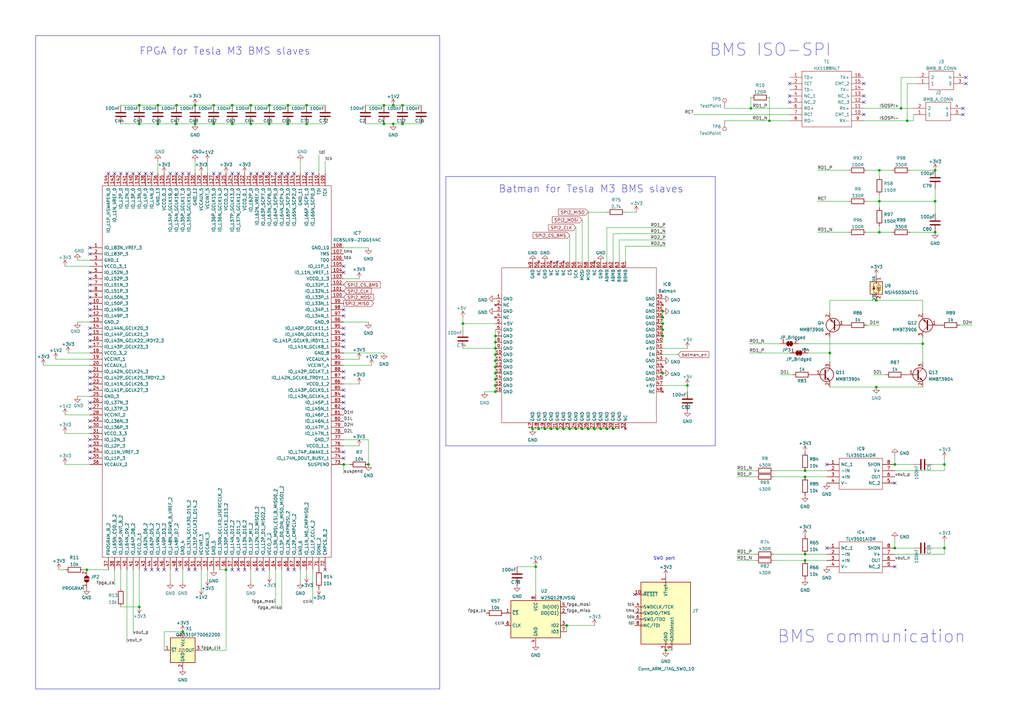
<source format=kicad_sch>
(kicad_sch (version 20230121) (generator eeschema)
  (paper "A3")
  (title_block (title "Tesla Model 3 Battery Controller") (date "2022-03-23") (rev "v0.3") (company "Wim Boone"))
  (junction (at 203.2 150.495))
  (junction (at 203.2 160.655))
  (junction (at 203.2 147.955))
  (junction (at 92.71 233.68))
  (junction (at 203.2 153.035))
  (junction (at 330.2 227.33))
  (junction (at 203.2 137.795))
  (junction (at 87.63 43.18))
  (junction (at 189.865 132.715))
  (junction (at 378.46 140.97))
  (junction (at 360.68 69.85))
  (junction (at 102.87 43.18))
  (junction (at 367.03 224.79))
  (junction (at 203.2 145.415))
  (junction (at 273.05 266.7))
  (junction (at 369.57 44.45))
  (junction (at 387.35 224.79))
  (junction (at 231.14 175.895))
  (junction (at 315.595 49.53))
  (junction (at 110.49 43.18))
  (junction (at 360.68 82.55))
  (junction (at 226.06 175.895))
  (junction (at 367.03 190.5))
  (junction (at 271.78 153.035))
  (junction (at 281.94 158.115))
  (junction (at 110.49 50.8))
  (junction (at 236.22 175.895))
  (junction (at 57.15 50.8))
  (junction (at 383.54 82.55))
  (junction (at 307.975 44.45))
  (junction (at 387.35 190.5))
  (junction (at 241.3 175.895))
  (junction (at 232.41 256.54))
  (junction (at 64.77 43.18))
  (junction (at 203.2 142.875))
  (junction (at 161.29 43.18))
  (junction (at 360.68 95.25))
  (junction (at 233.68 175.895))
  (junction (at 248.92 175.895))
  (junction (at 57.15 43.18))
  (junction (at 87.63 50.8))
  (junction (at 80.01 50.8))
  (junction (at 125.73 50.8))
  (junction (at 125.73 43.18))
  (junction (at 165.1 50.8))
  (junction (at 330.2 193.04))
  (junction (at 72.39 50.8))
  (junction (at 359.41 123.19))
  (junction (at 151.13 190.5))
  (junction (at 102.87 50.8))
  (junction (at 35.56 233.68))
  (junction (at 271.78 135.255))
  (junction (at 251.46 175.895))
  (junction (at 271.78 137.795))
  (junction (at 72.39 43.18))
  (junction (at 330.2 229.87))
  (junction (at 80.01 43.18))
  (junction (at 219.71 232.41))
  (junction (at 95.25 50.8))
  (junction (at 223.52 175.895))
  (junction (at 140.97 190.5))
  (junction (at 330.2 195.58))
  (junction (at 203.2 158.115))
  (junction (at 246.38 175.895))
  (junction (at 161.29 50.8))
  (junction (at 228.6 175.895))
  (junction (at 74.93 259.08))
  (junction (at 157.48 50.8))
  (junction (at 95.25 43.18))
  (junction (at 238.76 175.895))
  (junction (at 243.84 175.895))
  (junction (at 271.78 132.715))
  (junction (at 271.78 127.635))
  (junction (at 383.54 69.85))
  (junction (at 157.48 43.18))
  (junction (at 57.15 248.92))
  (junction (at 203.2 155.575))
  (junction (at 218.44 175.895))
  (junction (at 64.77 50.8))
  (junction (at 359.41 158.75))
  (junction (at 383.54 95.25))
  (junction (at 372.11 49.53))
  (junction (at 118.11 43.18))
  (junction (at 220.98 175.895))
  (junction (at 203.2 140.335))
  (junction (at 165.1 43.18))
  (junction (at 340.36 144.78))
  (junction (at 271.78 130.175))
  (junction (at 118.11 50.8))
  (no_connect (at 367.03 198.12))
  (no_connect (at 394.97 46.99))
  (no_connect (at 140.97 127))
  (no_connect (at 140.97 129.54))
  (no_connect (at 77.47 233.68))
  (no_connect (at 80.01 233.68))
  (no_connect (at 367.03 232.41))
  (no_connect (at 62.23 71.12))
  (no_connect (at 59.69 71.12))
  (no_connect (at 57.15 71.12))
  (no_connect (at 44.45 71.12))
  (no_connect (at 54.61 71.12))
  (no_connect (at 49.53 71.12))
  (no_connect (at 52.07 71.12))
  (no_connect (at 46.99 71.12))
  (no_connect (at 354.33 46.99))
  (no_connect (at 36.83 114.3))
  (no_connect (at 36.83 111.76))
  (no_connect (at 36.83 121.92))
  (no_connect (at 36.83 119.38))
  (no_connect (at 36.83 124.46))
  (no_connect (at 36.83 129.54))
  (no_connect (at 36.83 116.84))
  (no_connect (at 36.83 127))
  (no_connect (at 128.27 71.12))
  (no_connect (at 36.83 101.6))
  (no_connect (at 36.83 104.14))
  (no_connect (at 87.63 71.12))
  (no_connect (at 90.17 71.12))
  (no_connect (at 97.79 71.12))
  (no_connect (at 95.25 71.12))
  (no_connect (at 120.65 71.12))
  (no_connect (at 125.73 71.12))
  (no_connect (at 115.57 71.12))
  (no_connect (at 118.11 71.12))
  (no_connect (at 102.87 71.12))
  (no_connect (at 107.95 71.12))
  (no_connect (at 105.41 71.12))
  (no_connect (at 110.49 71.12))
  (no_connect (at 113.03 71.12))
  (no_connect (at 69.85 71.12))
  (no_connect (at 77.47 71.12))
  (no_connect (at 74.93 71.12))
  (no_connect (at 72.39 71.12))
  (no_connect (at 323.85 39.37))
  (no_connect (at 339.09 224.79))
  (no_connect (at 396.24 34.29))
  (no_connect (at 323.85 41.91))
  (no_connect (at 354.33 39.37))
  (no_connect (at 339.09 190.5))
  (no_connect (at 140.97 167.64))
  (no_connect (at 140.97 165.1))
  (no_connect (at 396.24 31.75))
  (no_connect (at 36.83 182.88))
  (no_connect (at 36.83 180.34))
  (no_connect (at 323.85 34.29))
  (no_connect (at 354.33 34.29))
  (no_connect (at 260.35 243.84))
  (no_connect (at 394.97 44.45))
  (no_connect (at 36.83 152.4))
  (no_connect (at 36.83 139.7))
  (no_connect (at 36.83 137.16))
  (no_connect (at 36.83 142.24))
  (no_connect (at 36.83 134.62))
  (no_connect (at 107.95 233.68))
  (no_connect (at 100.33 233.68))
  (no_connect (at 97.79 233.68))
  (no_connect (at 105.41 233.68))
  (no_connect (at 36.83 167.64))
  (no_connect (at 36.83 165.1))
  (no_connect (at 36.83 154.94))
  (no_connect (at 36.83 160.02))
  (no_connect (at 36.83 157.48))
  (no_connect (at 62.23 233.68))
  (no_connect (at 64.77 233.68))
  (no_connect (at 67.31 233.68))
  (no_connect (at 72.39 233.68))
  (no_connect (at 36.83 172.72))
  (no_connect (at 36.83 185.42))
  (no_connect (at 36.83 187.96))
  (no_connect (at 36.83 175.26))
  (no_connect (at 59.69 233.68))
  (no_connect (at 95.25 233.68))
  (no_connect (at 133.35 233.68))
  (no_connect (at 118.11 233.68))
  (no_connect (at 120.65 233.68))
  (no_connect (at 140.97 187.96))
  (no_connect (at 140.97 185.42))
  (no_connect (at 140.97 152.4))
  (no_connect (at 140.97 154.94))
  (no_connect (at 140.97 162.56))
  (no_connect (at 140.97 160.02))
  (no_connect (at 140.97 109.22))
  (no_connect (at 140.97 111.76))
  (no_connect (at 140.97 142.24))
  (no_connect (at 140.97 139.7))
  (no_connect (at 140.97 137.16))
  (no_connect (at 140.97 134.62))
  (no_connect (at 354.33 41.91))
  (wire (pts (xy 161.29 43.18) (xy 165.1 43.18)))
  (wire (pts (xy 330.2 193.04) (xy 339.09 193.04)))
  (wire (pts (xy 31.75 162.56) (xy 36.83 162.56)))
  (wire (pts (xy 226.06 175.895) (xy 228.6 175.895)))
  (wire (pts (xy 203.2 158.115) (xy 203.2 160.655)))
  (wire (pts (xy 232.41 256.54) (xy 232.41 259.08)))
  (wire (pts (xy 243.84 256.54) (xy 232.41 256.54)))
  (wire (pts (xy 26.67 177.8) (xy 36.83 177.8)))
  (wire (pts (xy 271.78 130.175) (xy 271.78 132.715)))
  (wire (pts (xy 383.54 82.55) (xy 383.54 87.63)))
  (wire (pts (xy 57.15 43.18) (xy 64.77 43.18)))
  (wire (pts (xy 367.03 190.5) (xy 367.03 186.69)))
  (wire (pts (xy 331.47 144.78) (xy 340.36 144.78)))
  (wire (pts (xy 118.11 50.8) (xy 125.73 50.8)))
  (wire (pts (xy 302.26 227.33) (xy 309.88 227.33)))
  (wire (pts (xy 317.5 195.58) (xy 330.2 195.58)))
  (wire (pts (xy 369.57 31.75) (xy 369.57 44.45)))
  (wire (pts (xy 49.53 241.3) (xy 49.53 233.68)))
  (wire (pts (xy 233.68 175.895) (xy 236.22 175.895)))
  (wire (pts (xy 340.36 158.75) (xy 359.41 158.75)))
  (wire (pts (xy 157.48 43.18) (xy 161.29 43.18)))
  (wire (pts (xy 275.59 266.7) (xy 273.05 266.7)))
  (wire (pts (xy 369.57 44.45) (xy 374.65 44.45)))
  (wire (pts (xy 241.3 175.895) (xy 243.84 175.895)))
  (wire (pts (xy 82.55 233.68) (xy 82.55 241.3)))
  (wire (pts (xy 382.27 190.5) (xy 387.35 190.5)))
  (wire (pts (xy 398.78 133.35) (xy 393.7 133.35)))
  (wire (pts (xy 203.2 137.795) (xy 203.2 140.335)))
  (wire (pts (xy 26.67 190.5) (xy 36.83 190.5)))
  (wire (pts (xy 373.38 95.25) (xy 383.54 95.25)))
  (wire (pts (xy 31.75 132.08) (xy 36.83 132.08)))
  (wire (pts (xy 320.04 153.67) (xy 325.12 153.67)))
  (wire (pts (xy 302.26 193.04) (xy 309.88 193.04)))
  (wire (pts (xy 64.77 66.04) (xy 64.77 71.12)))
  (wire (pts (xy 260.985 86.995) (xy 256.54 86.995)))
  (wire (pts (xy 219.71 232.41) (xy 219.71 243.84)))
  (wire (pts (xy 383.54 77.47) (xy 383.54 82.55)))
  (wire (pts (xy 375.92 34.29) (xy 372.11 34.29)))
  (wire (pts (xy 297.18 44.45) (xy 307.975 44.45)))
  (wire (pts (xy 118.11 43.18) (xy 125.73 43.18)))
  (wire (pts (xy 46.99 240.03) (xy 46.99 233.68)))
  (wire (pts (xy 360.68 82.55) (xy 360.68 85.09)))
  (wire (pts (xy 140.97 132.08) (xy 151.13 132.08)))
  (wire (pts (xy 387.35 193.04) (xy 387.35 190.5)))
  (wire (pts (xy 140.97 101.6) (xy 151.13 101.6)))
  (wire (pts (xy 189.865 130.175) (xy 189.865 132.715)))
  (wire (pts (xy 140.97 144.78) (xy 157.48 144.78)))
  (wire (pts (xy 284.48 46.99) (xy 323.85 46.99)))
  (wire (pts (xy 359.41 158.75) (xy 378.46 158.75)))
  (wire (pts (xy 256.54 100.965) (xy 256.54 107.315)))
  (wire (pts (xy 340.36 128.27) (xy 340.36 123.19)))
  (wire (pts (xy 387.35 190.5) (xy 387.35 187.96)))
  (wire (pts (xy 85.09 233.68) (xy 85.09 237.49)))
  (wire (pts (xy 110.49 50.8) (xy 118.11 50.8)))
  (wire (pts (xy 218.44 175.895) (xy 220.98 175.895)))
  (wire (pts (xy 95.25 43.18) (xy 102.87 43.18)))
  (wire (pts (xy 355.6 95.25) (xy 360.68 95.25)))
  (wire (pts (xy 360.68 69.85) (xy 360.68 72.39)))
  (wire (pts (xy 102.87 50.8) (xy 110.49 50.8)))
  (wire (pts (xy 203.2 145.415) (xy 203.2 147.955)))
  (wire (pts (xy 64.77 50.8) (xy 72.39 50.8)))
  (wire (pts (xy 102.87 43.18) (xy 110.49 43.18)))
  (wire (pts (xy 387.35 224.79) (xy 387.35 222.25)))
  (wire (pts (xy 149.86 43.18) (xy 157.48 43.18)))
  (wire (pts (xy 367.03 224.79) (xy 367.03 220.98)))
  (wire (pts (xy 233.68 96.52) (xy 233.68 107.315)))
  (wire (pts (xy 72.39 50.8) (xy 80.01 50.8)))
  (wire (pts (xy 330.2 195.58) (xy 339.09 195.58)))
  (wire (pts (xy 271.78 153.035) (xy 271.78 155.575)))
  (wire (pts (xy 189.865 142.875) (xy 203.2 142.875)))
  (wire (pts (xy 271.78 132.715) (xy 271.78 135.255)))
  (wire (pts (xy 49.53 248.92) (xy 57.15 248.92)))
  (wire (pts (xy 335.28 82.55) (xy 347.98 82.55)))
  (wire (pts (xy 151.13 180.34) (xy 151.13 190.5)))
  (wire (pts (xy 317.5 227.33) (xy 330.2 227.33)))
  (wire (pts (xy 378.46 123.19) (xy 359.41 123.19)))
  (wire (pts (xy 22.86 147.32) (xy 36.83 147.32)))
  (wire (pts (xy 110.49 43.18) (xy 118.11 43.18)))
  (wire (pts (xy 161.29 50.8) (xy 165.1 50.8)))
  (wire (pts (xy 273.05 95.885) (xy 251.46 95.885)))
  (wire (pts (xy 123.19 66.04) (xy 123.19 71.12)))
  (wire (pts (xy 378.46 138.43) (xy 378.46 140.97)))
  (wire (pts (xy 256.54 100.965) (xy 273.05 100.965)))
  (wire (pts (xy 238.76 90.17) (xy 238.76 107.315)))
  (wire (pts (xy 383.54 82.55) (xy 360.68 82.55)))
  (wire (pts (xy 125.73 233.68) (xy 125.73 236.22)))
  (wire (pts (xy 26.67 109.22) (xy 36.83 109.22)))
  (wire (pts (xy 360.68 133.35) (xy 355.6 133.35)))
  (wire (pts (xy 271.78 137.795) (xy 271.78 140.335)))
  (wire (pts (xy 236.22 93.345) (xy 236.22 107.315)))
  (wire (pts (xy 278.13 145.415) (xy 271.78 145.415)))
  (wire (pts (xy 203.2 150.495) (xy 203.2 153.035)))
  (wire (pts (xy 140.97 114.3) (xy 147.32 114.3)))
  (wire (pts (xy 17.78 149.86) (xy 36.83 149.86)))
  (wire (pts (xy 354.33 44.45) (xy 369.57 44.45)))
  (wire (pts (xy 24.13 233.68) (xy 26.67 233.68)))
  (wire (pts (xy 133.35 66.04) (xy 133.35 71.12)))
  (wire (pts (xy 271.78 127.635) (xy 271.78 130.175)))
  (wire (pts (xy 223.52 175.895) (xy 226.06 175.895)))
  (wire (pts (xy 110.49 233.68) (xy 110.49 236.22)))
  (wire (pts (xy 212.09 232.41) (xy 219.71 232.41)))
  (wire (pts (xy 92.71 233.68) (xy 92.71 266.7)))
  (wire (pts (xy 248.92 93.345) (xy 248.92 107.315)))
  (wire (pts (xy 49.53 50.8) (xy 57.15 50.8)))
  (wire (pts (xy 372.11 49.53) (xy 354.33 49.53)))
  (wire (pts (xy 87.63 43.18) (xy 95.25 43.18)))
  (wire (pts (xy 373.38 69.85) (xy 383.54 69.85)))
  (wire (pts (xy 149.86 50.8) (xy 157.48 50.8)))
  (wire (pts (xy 140.97 180.34) (xy 151.13 180.34)))
  (wire (pts (xy 330.2 229.87) (xy 339.09 229.87)))
  (wire (pts (xy 115.57 250.19) (xy 115.57 233.68)))
  (wire (pts (xy 74.93 233.68) (xy 74.93 238.76)))
  (wire (pts (xy 72.39 43.18) (xy 80.01 43.18)))
  (wire (pts (xy 57.15 50.8) (xy 64.77 50.8)))
  (wire (pts (xy 67.31 259.08) (xy 74.93 259.08)))
  (wire (pts (xy 203.2 147.955) (xy 203.2 150.495)))
  (wire (pts (xy 254 98.425) (xy 273.05 98.425)))
  (wire (pts (xy 360.68 69.85) (xy 365.76 69.85)))
  (wire (pts (xy 203.2 153.035) (xy 203.2 155.575)))
  (wire (pts (xy 231.14 175.895) (xy 233.68 175.895)))
  (wire (pts (xy 54.61 260.35) (xy 54.61 233.68)))
  (wire (pts (xy 57.15 233.68) (xy 57.15 248.92)))
  (wire (pts (xy 165.1 43.18) (xy 172.72 43.18)))
  (wire (pts (xy 243.84 175.895) (xy 246.38 175.895)))
  (wire (pts (xy 49.53 43.18) (xy 57.15 43.18)))
  (wire (pts (xy 130.81 63.5) (xy 130.81 71.12)))
  (wire (pts (xy 374.65 49.53) (xy 372.11 49.53)))
  (wire (pts (xy 340.36 123.19) (xy 359.41 123.19)))
  (wire (pts (xy 64.77 43.18) (xy 72.39 43.18)))
  (wire (pts (xy 317.5 193.04) (xy 330.2 193.04)))
  (polyline (pts (xy 293.37 72.39) (xy 182.88 72.39)))
  (wire (pts (xy 248.92 93.345) (xy 273.05 93.345)))
  (wire (pts (xy 203.2 142.875) (xy 203.2 145.415)))
  (wire (pts (xy 140.97 157.48) (xy 147.32 157.48)))
  (wire (pts (xy 335.28 69.85) (xy 347.98 69.85)))
  (wire (pts (xy 375.92 31.75) (xy 369.57 31.75)))
  (wire (pts (xy 203.2 140.335) (xy 203.2 142.875)))
  (wire (pts (xy 189.865 135.255) (xy 189.865 132.715)))
  (wire (pts (xy 367.03 227.33) (xy 387.35 227.33)))
  (wire (pts (xy 281.94 160.655) (xy 281.94 158.115)))
  (wire (pts (xy 248.92 175.895) (xy 251.46 175.895)))
  (wire (pts (xy 90.17 233.68) (xy 92.71 233.68)))
  (wire (pts (xy 238.76 175.895) (xy 241.3 175.895)))
  (wire (pts (xy 35.56 233.68) (xy 44.45 233.68)))
  (wire (pts (xy 330.2 227.33) (xy 339.09 227.33)))
  (wire (pts (xy 95.25 50.8) (xy 102.87 50.8)))
  (wire (pts (xy 52.07 263.525) (xy 52.07 233.68)))
  (wire (pts (xy 374.65 46.99) (xy 374.65 49.53)))
  (wire (pts (xy 125.73 43.18) (xy 133.35 43.18)))
  (wire (pts (xy 327.66 140.97) (xy 378.46 140.97)))
  (wire (pts (xy 203.2 155.575) (xy 203.2 158.115)))
  (wire (pts (xy 378.46 128.27) (xy 378.46 123.19)))
  (wire (pts (xy 302.26 229.87) (xy 309.88 229.87)))
  (wire (pts (xy 374.65 190.5) (xy 367.03 190.5)))
  (wire (pts (xy 140.97 190.5) (xy 143.51 190.5)))
  (polyline (pts (xy 14.605 14.605) (xy 180.34 14.605)))
  (wire (pts (xy 281.94 142.875) (xy 271.78 142.875)))
  (wire (pts (xy 102.87 233.68) (xy 102.87 238.76)))
  (wire (pts (xy 165.1 50.8) (xy 172.72 50.8)))
  (wire (pts (xy 241.3 86.995) (xy 241.3 107.315)))
  (wire (pts (xy 302.26 195.58) (xy 309.88 195.58)))
  (wire (pts (xy 80.01 43.18) (xy 87.63 43.18)))
  (wire (pts (xy 220.98 175.895) (xy 223.52 175.895)))
  (wire (pts (xy 358.14 153.67) (xy 363.22 153.67)))
  (wire (pts (xy 203.2 135.255) (xy 203.2 137.795)))
  (wire (pts (xy 367.03 193.04) (xy 387.35 193.04)))
  (wire (pts (xy 372.11 34.29) (xy 372.11 49.53)))
  (wire (pts (xy 87.63 50.8) (xy 95.25 50.8)))
  (wire (pts (xy 228.6 175.895) (xy 231.14 175.895)))
  (wire (pts (xy 374.65 224.79) (xy 367.03 224.79)))
  (polyline (pts (xy 182.88 182.88) (xy 293.37 182.88)))
  (wire (pts (xy 236.22 175.895) (xy 238.76 175.895)))
  (wire (pts (xy 140.97 147.32) (xy 147.32 147.32)))
  (wire (pts (xy 251.46 95.885) (xy 251.46 107.315)))
  (wire (pts (xy 34.29 233.68) (xy 35.56 233.68)))
  (wire (pts (xy 355.6 82.55) (xy 360.68 82.55)))
  (wire (pts (xy 189.865 132.715) (xy 203.2 132.715)))
  (wire (pts (xy 241.3 86.995) (xy 248.92 86.995)))
  (wire (pts (xy 246.38 175.895) (xy 248.92 175.895)))
  (wire (pts (xy 378.46 140.97) (xy 378.46 148.59)))
  (wire (pts (xy 360.68 95.25) (xy 365.76 95.25)))
  (wire (pts (xy 315.595 40.005) (xy 315.595 49.53)))
  (wire (pts (xy 140.97 182.88) (xy 147.32 182.88)))
  (wire (pts (xy 157.48 50.8) (xy 161.29 50.8)))
  (polyline (pts (xy 14.605 14.605) (xy 14.605 282.575)))
  (wire (pts (xy 307.975 44.45) (xy 323.85 44.45)))
  (wire (pts (xy 85.09 66.04) (xy 85.09 71.12)))
  (wire (pts (xy 27.94 144.78) (xy 36.83 144.78)))
  (wire (pts (xy 340.36 138.43) (xy 340.36 144.78)))
  (wire (pts (xy 31.75 106.68) (xy 36.83 106.68)))
  (wire (pts (xy 307.975 40.005) (xy 307.975 44.45)))
  (wire (pts (xy 335.28 95.25) (xy 347.98 95.25)))
  (wire (pts (xy 125.73 50.8) (xy 133.35 50.8)))
  (wire (pts (xy 123.19 233.68) (xy 123.19 238.76)))
  (wire (pts (xy 360.68 80.01) (xy 360.68 82.55)))
  (wire (pts (xy 128.27 233.68) (xy 128.27 247.65)))
  (wire (pts (xy 80.01 50.8) (xy 87.63 50.8)))
  (polyline (pts (xy 182.88 72.39) (xy 182.88 182.88)))
  (polyline (pts (xy 180.34 282.575) (xy 180.34 14.605)))
  (wire (pts (xy 92.71 266.7) (xy 82.55 266.7)))
  (wire (pts (xy 140.97 194.31) (xy 140.97 190.5)))
  (wire (pts (xy 297.18 49.53) (xy 315.595 49.53)))
  (wire (pts (xy 307.34 144.78) (xy 323.85 144.78)))
  (wire (pts (xy 113.03 233.68) (xy 113.03 247.65)))
  (wire (pts (xy 360.68 95.25) (xy 360.68 92.71)))
  (wire (pts (xy 140.97 149.86) (xy 152.4 149.86)))
  (wire (pts (xy 317.5 229.87) (xy 330.2 229.87)))
  (wire (pts (xy 254 107.315) (xy 254 98.425)))
  (wire (pts (xy 307.34 140.97) (xy 320.04 140.97)))
  (wire (pts (xy 67.31 266.7) (xy 67.31 259.08)))
  (wire (pts (xy 69.85 233.68) (xy 69.85 238.76)))
  (wire (pts (xy 382.27 224.79) (xy 387.35 224.79)))
  (polyline (pts (xy 293.37 182.88) (xy 293.37 72.39)))
  (wire (pts (xy 315.595 49.53) (xy 323.85 49.53)))
  (wire (pts (xy 271.78 135.255) (xy 271.78 137.795)))
  (wire (pts (xy 340.36 144.78) (xy 340.36 148.59)))
  (polyline (pts (xy 14.605 282.575) (xy 180.34 282.575)))
  (wire (pts (xy 387.35 227.33) (xy 387.35 224.79)))
  (wire (pts (xy 203.2 160.655) (xy 198.755 160.655)))
  (wire (pts (xy 251.46 175.895) (xy 254 175.895)))
  (wire (pts (xy 355.6 69.85) (xy 360.68 69.85)))
  (wire (pts (xy 271.78 158.115) (xy 281.94 158.115)))
  (wire (pts (xy 26.67 170.18) (xy 36.83 170.18)))
  (wire (pts (xy 80.01 66.04) (xy 80.01 71.12)))
  (text "BMS communication" (at 318.77 264.16 0) (effects (font (size 5.08 5.08)) (justify left bottom)))
  (text "Batman for Tesla M3 BMS slaves" (at 204.47 79.375 0) (effects (font (size 3 3)) (justify left bottom)))
  (text "BMS ISO-SPI" (at 290.83 23.495 0) (effects (font (size 5 5)) (justify left bottom)))
  (text "SWD port" (at 276.86 229.87 0) (effects (font (size 1.27 1.27)) (justify right bottom)))
  (text "FPGA for Tesla M3 BMS slaves" (at 57.15 22.86 0) (effects (font (size 3 3)) (justify left bottom)))
  (label "RD1_N" (at 308.61 49.53 0))
  (label "D2H" (at 140.97 175.26 0))
  (label "ISOSPI+" (at 360.68 44.45 0))
  (label "RCT" (at 335.28 82.55 0))
  (label "RD1_P" (at 302.26 227.33 0))
  (label "RD1_P" (at 308.61 44.45 0))
  (label "tck" (at 260.35 248.92 180))
  (label "D1H" (at 140.97 170.18 0))
  (label "D2H" (at 398.78 133.35 180))
  (label "fpga_clk" (at 82.55 266.7 0))
  (label "tdo" (at 260.35 254 180))
  (label "ISOSPI-" (at 360.68 49.53 0))
  (label "tms" (at 260.35 251.46 180))
  (label "fpga_cs" (at 199.39 251.46 180))
  (label "cclk" (at 128.27 247.65 180))
  (label "tdi" (at 130.81 63.5 0))
  (label "tdi" (at 260.35 256.54 180))
  (label "D2L" (at 140.97 177.8 0))
  (label "tms" (at 140.97 104.14 0))
  (label "fpga_miso" (at 232.41 251.46 0))
  (label "tck" (at 133.35 66.04 0))
  (label "RCT" (at 284.48 46.99 180))
  (label "RD1_N" (at 273.05 95.885 180))
  (label "vout_p" (at 54.61 260.35 0))
  (label "D1H" (at 360.68 133.35 180))
  (label "D1L" (at 140.97 172.72 0))
  (label "RD1_P" (at 307.34 144.78 0))
  (label "fpga_mosi" (at 113.03 247.65 180))
  (label "D1L" (at 320.04 153.67 0))
  (label "vout_p" (at 367.03 195.58 0))
  (label "RD2_N" (at 273.05 100.965 180))
  (label "suspend" (at 140.97 194.31 0))
  (label "RD1_N" (at 302.26 229.87 0))
  (label "RD1_P" (at 302.26 195.58 0))
  (label "vout_n" (at 52.07 263.525 0))
  (label "fpga_mosi" (at 232.41 248.92 0))
  (label "RD1_N" (at 335.28 95.25 0))
  (label "RD1_P" (at 335.28 69.85 0))
  (label "tdo" (at 140.97 106.68 0))
  (label "RD2_P" (at 273.05 98.425 180))
  (label "cclk" (at 207.01 256.54 180))
  (label "RD1_N" (at 302.26 193.04 0))
  (label "RD1_N" (at 307.34 140.97 0))
  (label "fpga_miso" (at 115.57 250.19 180))
  (label "fpga_cs" (at 46.99 240.03 180))
  (label "vout_n" (at 367.03 229.87 0))
  (label "RD1_P" (at 273.05 93.345 180))
  (label "D2L" (at 358.14 153.67 0))
  (global_label "batman_en" (shape input) (at 278.13 145.415 0) (property "Intersheetrefs" "${INTERSHEET_REFS}" (effects hide)))
  (global_label "SPI2_CLK" (shape input) (at 236.22 93.345 180) (property "Intersheetrefs" "${INTERSHEET_REFS}" (effects hide)))
  (global_label "SPI2_CS_BMS" (shape input) (at 140.97 116.84 0) (property "Intersheetrefs" "${INTERSHEET_REFS}" (effects hide)))
  (global_label "SPI2_MISO" (shape input) (at 241.3 86.995 180) (property "Intersheetrefs" "${INTERSHEET_REFS}" (effects hide)))
  (global_label "SPI2_MOSI" (shape input) (at 238.76 90.17 180) (property "Intersheetrefs" "${INTERSHEET_REFS}" (effects hide)))
  (global_label "SPI2_MISO" (shape output) (at 140.97 124.46 0) (property "Intersheetrefs" "${INTERSHEET_REFS}" (effects hide)))
  (global_label "SPI2_MOSI" (shape input) (at 140.97 121.92 0) (property "Intersheetrefs" "${INTERSHEET_REFS}" (effects hide)))
  (global_label "SPI2_CLK" (shape input) (at 140.97 119.38 0) (property "Intersheetrefs" "${INTERSHEET_REFS}" (effects hide)))
  (global_label "SPI2_CS_BMS" (shape input) (at 233.68 96.52 180) (property "Intersheetrefs" "${INTERSHEET_REFS}" (effects hide)))
  (symbol (lib_id "Custom:Batman") (at 237.49 140.335 0) (unit 1) (in_bom no)
    (property "Reference" "IC8" (at 273.5987 116.5817 0))
    (property "Value" "Batman" (at 273.5987 119.3568 0))
    (property "Footprint" "Package_QFP:LQFP-64_10x10mm_P0.5mm" (effects hide))
  )
  (symbol (lib_id "Memory_Flash:W25Q128JVS") (at 219.71 254 0) (unit 1)
    (property "Reference" "U2" (at 221.7294 242.4135 0) (effects (justify left)))
    (property "Value" "W25Q128JVSIQ" (at 221.7294 245.1886 0) (effects (justify left)))
    (property "Footprint" "Package_SO:SOIC-8_5.23x5.23mm_P1.27mm" (effects hide))
    (property "Datasheet" "http://www.winbond.com/resource-files/w25q128jv_dtr%20revc%2003272018%20plus.pdf" (effects hide))
    (property "LCSC Part" "C97521" (effects hide))
  )
  (symbol (lib_id "Device:R") (at 330.2 223.52 180) (unit 1)
    (property "Reference" "R65" (at 331.978 222.6115 0) (effects (justify right)))
    (property "Value" "10k" (at 331.978 225.3866 0) (effects (justify right)))
    (property "Footprint" "Resistor_SMD:R_0603_1608Metric" (effects hide))
    (property "LCSC Part" "C25804" (effects hide))
    (property "Description" "100mW Thick Film Resistors ±100ppm/℃ ±1% 10kΩ 0603  Chip Resistor - Surface Mount ROHS" (effects hide))
  )
  (symbol (lib_id "Device:R") (at 330.2 189.23 180) (unit 1)
    (property "Reference" "R84" (at 331.978 188.3215 0) (effects (justify right)))
    (property "Value" "10k" (at 331.978 191.0966 0) (effects (justify right)))
    (property "Footprint" "Resistor_SMD:R_0603_1608Metric" (effects hide))
    (property "LCSC Part" "C25804" (effects hide))
    (property "Description" "100mW Thick Film Resistors ±100ppm/℃ ±1% 10kΩ 0603  Chip Resistor - Surface Mount ROHS" (effects hide))
  )
  (symbol (lib_id "power:+1V2") (at 161.29 43.18 0) (unit 1)
    (property "Reference" "#PWR0131" (effects hide))
    (property "Value" "+1V2" (at 161.29 39.5755 0))
  )
  (symbol (lib_id "power:GND") (at 330.2 203.2 0) (unit 1)
    (property "Reference" "#PWR0248" (effects hide))
    (property "Value" "GND" (at 330.2 207.7624 0))
  )
  (symbol (lib_id "Device:R") (at 313.69 193.04 90) (unit 1)
    (property "Reference" "R8" (at 313.69 188.0575 90))
    (property "Value" "430R" (at 313.69 190.8326 90))
    (property "Footprint" "Resistor_SMD:R_0603_1608Metric" (effects hide))
    (property "LCSC Part" "C706174" (effects hide))
    (property "Description" "100mW Thin Film Resistor ±50ppm/℃ ±1% 430Ω 0603  Chip Resistor - Surface Mount ROHS" (effects hide))
  )
  (symbol (lib_id "Transistor_BJT:BC807W") (at 342.9 133.35 180) (unit 1)
    (property "Reference" "Q4" (at 338.0486 132.4415 0) (effects (justify left)))
    (property "Value" "MMBT3906" (at 338.0486 135.2166 0) (effects (justify left)))
    (property "Footprint" "Package_TO_SOT_SMD:SOT-23" (effects hide))
    (property "Description" "100nA 40V 300mW 200mA 100@10mA,1V 250MHz 300mV@50mA,5mA PNP -55℃~+150℃@(Tj) SOT-23  Bipolar Transistors - BJT ROHS" (effects hide))
    (property "LCSC Part" "C382282" (effects hide))
  )
  (symbol (lib_id "power:GND") (at 35.56 241.3 0) (unit 1)
    (property "Reference" "#PWR0120" (effects hide))
    (property "Value" "GND" (at 35.56 245.11 0))
  )
  (symbol (lib_id "SamacSys_Parts_new:HX1188NLT") (at 323.85 31.75 0) (unit 1)
    (property "Reference" "T1" (at 339.09 25.2943 0))
    (property "Value" "HX1188NLT" (at 339.09 28.0694 0))
    (property "Footprint" "HX1188NLT" (effects hide))
    (property "Datasheet" "https://datasheet.datasheetarchive.com/originals/distributors/Datasheets-DGA2/221032.pdf" (effects hide))
    (property "Description" "Telecom Transformer 1CT:1CT/1CT:1CT 1.5Ohm Prim. DCR 1.5Ohm Sec. DCR 16Term. Gull Wing SMD" (effects hide))
    (property "Height" "6.07" (effects hide))
    (property "Manufacturer_Name" "Pulse" (effects hide))
    (property "Manufacturer_Part_Number" "HX1188NLT" (effects hide))
    (property "Mouser Part Number" "673-HX1188NLT" (effects hide))
    (property "Mouser Price/Stock" "https://www.mouser.co.uk/ProductDetail/Pulse-Electronics/HX1188NLT?qs=7h3O1UVlCGOyAkRk4EAe8A%3D%3D" (effects hide))
    (property "Arrow Part Number" "HX1188NLT" (effects hide))
    (property "Arrow Price/Stock" "https://www.arrow.com/en/products/hx1188nlt/pulse-electronics-corporation?region=nac" (effects hide))
    (property "LCSC Part" "C9363" (effects hide))
  )
  (symbol (lib_id "power:+1V2") (at 152.4 149.86 0) (unit 1)
    (property "Reference" "#PWR0236" (effects hide))
    (property "Value" "+1V2" (at 152.4 146.2555 0))
  )
  (symbol (lib_id "Device:R") (at 330.2 199.39 180) (unit 1)
    (property "Reference" "R85" (at 331.978 198.4815 0) (effects (justify right)))
    (property "Value" "10k" (at 331.978 201.2566 0) (effects (justify right)))
    (property "Footprint" "Resistor_SMD:R_0603_1608Metric" (effects hide))
    (property "LCSC Part" "C25804" (effects hide))
    (property "Description" "100mW Thick Film Resistors ±100ppm/℃ ±1% 10kΩ 0603  Chip Resistor - Surface Mount ROHS" (effects hide))
  )
  (symbol (lib_id "Device:R") (at 360.68 76.2 180) (unit 1)
    (property "Reference" "R58" (at 362.458 75.2915 0) (effects (justify right)))
    (property "Value" "150R" (at 362.458 78.0666 0) (effects (justify right)))
    (property "Footprint" "Resistor_SMD:R_0603_1608Metric" (effects hide))
    (property "LCSC Part" "C22808" (effects hide))
    (property "Description" "100mW Thick Film Resistors ±100ppm/℃ ±1% 150Ω 0603  Chip Resistor - Surface Mount ROHS" (effects hide))
  )
  (symbol (lib_id "power:+1V2") (at 26.67 170.18 0) (unit 1)
    (property "Reference" "#PWR0213" (effects hide))
    (property "Value" "+1V2" (at 26.67 166.5755 0))
  )
  (symbol (lib_id "Device:R") (at 49.53 245.11 0) (unit 1)
    (property "Reference" "R13" (at 44.45 244.2399 0) (effects (justify left)))
    (property "Value" "10k" (at 44.45 247.015 0) (effects (justify left)))
    (property "Footprint" "Resistor_SMD:R_0603_1608Metric" (effects hide))
    (property "LCSC Part" "C25804" (effects hide))
    (property "Description" "100mW Thick Film Resistors ±100ppm/℃ ±1% 10kΩ 0603  Chip Resistor - Surface Mount ROHS" (effects hide))
  )
  (symbol (lib_id "power:GND") (at 218.44 175.895 0) (unit 1)
    (property "Reference" "#PWR0293" (effects hide))
    (property "Value" "GND" (at 218.44 180.4574 0))
  )
  (symbol (lib_id "Device:R") (at 147.32 190.5 90) (unit 1)
    (property "Reference" "R7" (at 147.32 185.5175 90))
    (property "Value" "10k" (at 147.32 188.2926 90))
    (property "Footprint" "Resistor_SMD:R_0603_1608Metric" (effects hide))
    (property "LCSC Part" "C25804" (effects hide))
    (property "Description" "100mW Thick Film Resistors ±100ppm/℃ ±1% 10kΩ 0603  Chip Resistor - Surface Mount ROHS" (effects hide))
  )
  (symbol (lib_id "power:GND") (at 74.93 274.32 0) (unit 1)
    (property "Reference" "#PWR0130" (effects hide))
    (property "Value" "GND" (at 74.93 278.8824 0))
  )
  (symbol (lib_id "power:+3V3") (at 260.985 86.995 0) (unit 1)
    (property "Reference" "#PWR0297" (effects hide))
    (property "Value" "+3V3" (at 260.985 83.3905 0))
  )
  (symbol (lib_id "Device:C") (at 57.15 46.99 0) (unit 1)
    (property "Reference" "C45" (at 54.61 49.53 0) (effects (justify left)))
    (property "Value" "100nF" (at 50.8 44.45 0) (effects (justify left)))
    (property "Footprint" "Capacitor_SMD:C_0603_1608Metric" (effects hide))
    (property "LCSC Part" "C14663" (effects hide))
    (property "Description" "50V 100nF X7R ±10% 0603  Multilayer Ceramic Capacitors MLCC - SMD/SMT ROHS" (effects hide))
  )
  (symbol (lib_id "Device:R") (at 130.81 237.49 0) (unit 1)
    (property "Reference" "R14" (at 132.588 236.5815 0) (effects (justify left)))
    (property "Value" "10k" (at 132.588 239.3566 0) (effects (justify left)))
    (property "Footprint" "Resistor_SMD:R_0603_1608Metric" (effects hide))
    (property "LCSC Part" "C25804" (effects hide))
    (property "Description" "100mW Thick Film Resistors ±100ppm/℃ ±1% 10kΩ 0603  Chip Resistor - Surface Mount ROHS" (effects hide))
  )
  (symbol (lib_id "power:+3V3") (at 100.33 71.12 0) (unit 1)
    (property "Reference" "#PWR0146" (effects hide))
    (property "Value" "+3V3" (at 100.33 67.5155 0))
  )
  (symbol (lib_id "Device:C") (at 87.63 46.99 0) (unit 1)
    (property "Reference" "C62" (at 85.09 49.53 0) (effects (justify left)))
    (property "Value" "100nF" (at 81.28 44.45 0) (effects (justify left)))
    (property "Footprint" "Capacitor_SMD:C_0603_1608Metric" (effects hide))
    (property "LCSC Part" "C14663" (effects hide))
    (property "Description" "50V 100nF X7R ±10% 0603  Multilayer Ceramic Capacitors MLCC - SMD/SMT ROHS" (effects hide))
  )
  (symbol (lib_id "power:GND") (at 281.94 168.275 0) (unit 1)
    (property "Reference" "#PWR0273" (effects hide))
    (property "Value" "GND" (at 281.94 172.8374 0))
  )
  (symbol (lib_id "Device:C") (at 378.46 190.5 90) (unit 1)
    (property "Reference" "C5" (at 381 193.04 0) (effects (justify left)))
    (property "Value" "100nF" (at 375.92 196.85 0) (effects (justify left)))
    (property "Footprint" "Capacitor_SMD:C_0603_1608Metric" (effects hide))
    (property "LCSC Part" "C14663" (effects hide))
    (property "Description" "50V 100nF X7R ±10% 0603  Multilayer Ceramic Capacitors MLCC - SMD/SMT ROHS" (effects hide))
  )
  (symbol (lib_id "power:+1V2") (at 82.55 241.3 180) (unit 1)
    (property "Reference" "#PWR0228" (effects hide))
    (property "Value" "+1V2" (at 82.55 244.9045 0))
  )
  (symbol (lib_id "Device:C") (at 64.77 46.99 0) (unit 1)
    (property "Reference" "C46" (at 62.23 49.53 0) (effects (justify left)))
    (property "Value" "100nF" (at 58.42 44.45 0) (effects (justify left)))
    (property "Footprint" "Capacitor_SMD:C_0603_1608Metric" (effects hide))
    (property "LCSC Part" "C14663" (effects hide))
    (property "Description" "50V 100nF X7R ±10% 0603  Multilayer Ceramic Capacitors MLCC - SMD/SMT ROHS" (effects hide))
  )
  (symbol (lib_id "power:+3V3") (at 330.2 185.42 0) (unit 1)
    (property "Reference" "#PWR0259" (effects hide))
    (property "Value" "+3V3" (at 330.2 181.8155 0))
  )
  (symbol (lib_id "power:GND") (at 123.19 238.76 0) (unit 1)
    (property "Reference" "#PWR0231" (effects hide))
    (property "Value" "GND" (at 123.19 243.3224 0))
  )
  (symbol (lib_id "power:+3V3") (at 85.09 237.49 180) (unit 1)
    (property "Reference" "#PWR0229" (effects hide))
    (property "Value" "+3V3" (at 82.55 241.3 0) (effects (justify right)))
  )
  (symbol (lib_id "Connector:TestPoint") (at 297.18 44.45 0) (unit 1)
    (property "Reference" "TP5" (at 292.1 40.64 0) (effects (justify left)))
    (property "Value" "TestPoint" (at 287.02 43.4151 0) (effects (justify left)))
  )
  (symbol (lib_id "Device:C") (at 157.48 46.99 0) (unit 1)
    (property "Reference" "C4" (at 154.94 49.53 0) (effects (justify left)))
    (property "Value" "100nF" (at 151.13 44.45 0) (effects (justify left)))
    (property "Footprint" "Capacitor_SMD:C_0603_1608Metric" (effects hide))
    (property "LCSC Part" "C14663" (effects hide))
    (property "Description" "50V 100nF X7R ±10% 0603  Multilayer Ceramic Capacitors MLCC - SMD/SMT ROHS" (effects hide))
  )
  (symbol (lib_id "Device:R") (at 313.69 229.87 90) (unit 1)
    (property "Reference" "R82" (at 313.69 232.1749 90))
    (property "Value" "430R" (at 313.69 234.95 90))
    (property "Footprint" "Resistor_SMD:R_0603_1608Metric" (effects hide))
    (property "LCSC Part" "C706174" (effects hide))
    (property "Description" "100mW Thin Film Resistor ±50ppm/℃ ±1% 430Ω 0603  Chip Resistor - Surface Mount ROHS" (effects hide))
  )
  (symbol (lib_id "power:GND") (at 359.41 158.75 0) (unit 1)
    (property "Reference" "#PWR0314" (effects hide))
    (property "Value" "GND" (at 359.41 163.3124 0))
  )
  (symbol (lib_id "power:+3V3") (at 82.55 71.12 0) (unit 1)
    (property "Reference" "#PWR0101" (effects hide))
    (property "Value" "+3V3" (at 82.55 67.5155 0))
  )
  (symbol (lib_id "power:+3V3") (at 74.93 259.08 0) (unit 1)
    (property "Reference" "#PWR0129" (effects hide))
    (property "Value" "+3V3" (at 74.93 255.4755 0))
  )
  (symbol (lib_id "power:+3V3") (at 57.15 248.92 180) (unit 1)
    (property "Reference" "#PWR0218" (effects hide))
    (property "Value" "+3V3" (at 54.61 252.73 0) (effects (justify right)))
  )
  (symbol (lib_id "power:+3V3") (at 330.2 219.71 0) (unit 1)
    (property "Reference" "#PWR0266" (effects hide))
    (property "Value" "+3V3" (at 330.2 216.1055 0))
  )
  (symbol (lib_id "power:+3V3") (at 67.31 71.12 0) (unit 1)
    (property "Reference" "#PWR0151" (effects hide))
    (property "Value" "+3V3" (at 67.31 67.5155 0))
  )
  (symbol (lib_id "power:+5V") (at 281.94 142.875 0) (unit 1)
    (property "Reference" "#PWR0277" (effects hide))
    (property "Value" "+5V" (at 281.94 139.2705 0))
  )
  (symbol (lib_id "Device:R") (at 351.79 95.25 90) (unit 1)
    (property "Reference" "R96" (at 351.79 90.2675 90))
    (property "Value" "100R" (at 351.79 93.0426 90))
    (property "Footprint" "Resistor_SMD:R_0603_1608Metric" (effects hide))
    (property "LCSC Part" "C22775" (effects hide))
    (property "Description" "100mW Thick Film Resistors ±1% ±200ppm/℃ 100Ω 0603  Chip Resistor - Surface Mount ROHS" (effects hide))
  )
  (symbol (lib_id "Device:R") (at 360.68 88.9 180) (unit 1)
    (property "Reference" "R97" (at 362.458 87.9915 0) (effects (justify right)))
    (property "Value" "150R" (at 362.458 90.7666 0) (effects (justify right)))
    (property "Footprint" "Resistor_SMD:R_0603_1608Metric" (effects hide))
    (property "LCSC Part" "C22808" (effects hide))
    (property "Description" "100mW Thick Film Resistors ±100ppm/℃ ±1% 150Ω 0603  Chip Resistor - Surface Mount ROHS" (effects hide))
  )
  (symbol (lib_id "power:GND") (at 330.2 237.49 0) (unit 1)
    (property "Reference" "#PWR0268" (effects hide))
    (property "Value" "GND" (at 330.2 242.0524 0))
  )
  (symbol (lib_id "Device:C") (at 149.86 46.99 0) (unit 1)
    (property "Reference" "C2" (at 147.32 49.53 0) (effects (justify left)))
    (property "Value" "100nF" (at 143.51 44.45 0) (effects (justify left)))
    (property "Footprint" "Capacitor_SMD:C_0603_1608Metric" (effects hide))
    (property "LCSC Part" "C14663" (effects hide))
    (property "Description" "50V 100nF X7R ±10% 0603  Multilayer Ceramic Capacitors MLCC - SMD/SMT ROHS" (effects hide))
  )
  (symbol (lib_id "Device:R") (at 351.79 133.35 90) (unit 1)
    (property "Reference" "R86" (at 351.79 128.3675 90))
    (property "Value" "1k" (at 351.79 131.1426 90))
    (property "Footprint" "Resistor_SMD:R_0603_1608Metric" (effects hide))
    (property "LCSC Part" "C21190" (effects hide))
    (property "Description" "100mW Thick Film Resistors ±100ppm/℃ ±1% 1kΩ 0603  Chip Resistor - Surface Mount ROHS" (effects hide))
  )
  (symbol (lib_id "power:GND") (at 157.48 144.78 0) (unit 1)
    (property "Reference" "#PWR0237" (effects hide))
    (property "Value" "GND" (at 157.48 149.3424 0))
  )
  (symbol (lib_id "Device:C") (at 133.35 46.99 0) (unit 1)
    (property "Reference" "C72" (at 130.81 49.53 0) (effects (justify left)))
    (property "Value" "100nF" (at 127 44.45 0) (effects (justify left)))
    (property "Footprint" "Capacitor_SMD:C_0603_1608Metric" (effects hide))
    (property "LCSC Part" "C14663" (effects hide))
    (property "Description" "50V 100nF X7R ±10% 0603  Multilayer Ceramic Capacitors MLCC - SMD/SMT ROHS" (effects hide))
  )
  (symbol (lib_id "SamacSys_Parts:TLV3501AIDR") (at 339.09 224.79 0) (unit 1)
    (property "Reference" "IC4" (at 353.06 218.3343 0))
    (property "Value" "TLV3501AIDR" (at 353.06 221.1094 0))
    (property "Footprint" "SOIC127P600X175-8N" (effects hide))
    (property "Datasheet" "http://www.ti.com/lit/gpn/tlv3501" (effects hide))
    (property "Description" "4.5ns Rail-to-Rail, High Speed Comparator in Microsized Packages" (effects hide))
    (property "Height" "1.75" (effects hide))
    (property "Manufacturer_Name" "Texas Instruments" (effects hide))
    (property "Manufacturer_Part_Number" "TLV3501AIDR" (effects hide))
    (property "Mouser Part Number" "595-TLV3501AIDR" (effects hide))
    (property "Mouser Price/Stock" "https://www.mouser.co.uk/ProductDetail/Texas-Instruments/TLV3501AIDR?qs=m96fseALk3U7ir0PfDMQ%252BA%3D%3D" (effects hide))
    (property "Arrow Part Number" "TLV3501AIDR" (effects hide))
    (property "Arrow Price/Stock" "https://www.arrow.com/en/products/tlv3501aidr/texas-instruments?region=nac" (effects hide))
  )
  (symbol (lib_id "SamacSys_Parts:TLV3501AIDR") (at 339.09 190.5 0) (unit 1)
    (property "Reference" "IC9" (at 353.06 184.0443 0))
    (property "Value" "TLV3501AIDR" (at 353.06 186.8194 0))
    (property "Footprint" "SOIC127P600X175-8N" (effects hide))
    (property "Datasheet" "http://www.ti.com/lit/gpn/tlv3501" (effects hide))
    (property "Description" "4.5ns Rail-to-Rail, High Speed Comparator in Microsized Packages" (effects hide))
    (property "Height" "1.75" (effects hide))
    (property "Manufacturer_Name" "Texas Instruments" (effects hide))
    (property "Manufacturer_Part_Number" "TLV3501AIDR" (effects hide))
    (property "Mouser Part Number" "595-TLV3501AIDR" (effects hide))
    (property "Mouser Price/Stock" "https://www.mouser.co.uk/ProductDetail/Texas-Instruments/TLV3501AIDR?qs=m96fseALk3U7ir0PfDMQ%252BA%3D%3D" (effects hide))
    (property "Arrow Part Number" "TLV3501AIDR" (effects hide))
    (property "Arrow Price/Stock" "https://www.arrow.com/en/products/tlv3501aidr/texas-instruments?region=nac" (effects hide))
  )
  (symbol (lib_id "power:+3V3") (at 147.32 157.48 0) (unit 1)
    (property "Reference" "#PWR0235" (effects hide))
    (property "Value" "+3V3" (at 149.86 153.67 0) (effects (justify right)))
  )
  (symbol (lib_id "Connector:Conn_ARM_JTAG_SWD_10") (at 273.05 251.46 0) (mirror y) (unit 1)
    (property "Reference" "J7" (at 283.972 250.5515 0) (effects (justify right)))
    (property "Value" "Conn_ARM_JTAG_SWD_10" (at 261.62 274.32 0) (effects (justify right)))
    (property "Footprint" "Connector_PinHeader_1.27mm:PinHeader_2x05_P1.27mm_JTAG_SMD" (effects hide))
    (property "Datasheet" "http://infocenter.arm.com/help/topic/com.arm.doc.ddi0314h/DDI0314H_coresight_components_trm.pdf" (effects hide))
  )
  (symbol (lib_id "Device:R") (at 369.57 95.25 90) (unit 1)
    (property "Reference" "R99" (at 369.57 90.2675 90))
    (property "Value" "330R" (at 369.57 93.0426 90))
    (property "Footprint" "Resistor_SMD:R_0603_1608Metric" (effects hide))
    (property "LCSC Part" "C23138" (effects hide))
    (property "Description" "100mW Thick Film Resistors ±100ppm/℃ ±1% 330Ω 0603  Chip Resistor - Surface Mount ROHS" (effects hide))
  )
  (symbol (lib_id "SamacSys_Parts_new:34912-8020") (at 394.97 46.99 180) (unit 1)
    (property "Reference" "J2" (at 384.81 37.9943 0))
    (property "Value" "BMB_A_CONN" (at 384.81 40.7694 0))
    (property "Footprint" "0349128020" (effects hide))
    (property "Datasheet" "https://www.molex.com/pdm_docs/sd/349128020_sd.pdf" (effects hide))
    (property "Description" "Molex Mini50 Series, 34912 Series Number, 1 Row 2 Way Surface Mount Plug PCB Header, with SMT Termination Method" (effects hide))
    (property "Height" "9" (effects hide))
    (property "Manufacturer_Name" "Molex" (effects hide))
    (property "Manufacturer_Part_Number" "34912-8020" (effects hide))
    (property "Mouser Part Number" "538-34912-8020" (effects hide))
    (property "Mouser Price/Stock" "https://www.mouser.co.uk/ProductDetail/Molex/34912-8020?qs=jj7GbYRQuObyP9O5PVDUYw%3D%3D" (effects hide))
  )
  (symbol (lib_id "power:GND") (at 271.78 127.635 90) (unit 1)
    (property "Reference" "#PWR0285" (effects hide))
    (property "Value" "GND" (at 274.955 128.114 90) (effects (justify right)))
  )
  (symbol (lib_id "power:GND") (at 212.09 240.03 0) (unit 1)
    (property "Reference" "#PWR0126" (effects hide))
    (property "Value" "GND" (at 212.09 244.5924 0))
  )
  (symbol (lib_id "power:GND") (at 151.13 101.6 0) (unit 1)
    (property "Reference" "#PWR0226" (effects hide))
    (property "Value" "GND" (at 151.13 106.1624 0))
  )
  (symbol (lib_id "Device:C") (at 72.39 46.99 0) (unit 1)
    (property "Reference" "C47" (at 69.85 49.53 0) (effects (justify left)))
    (property "Value" "100nF" (at 66.04 44.45 0) (effects (justify left)))
    (property "Footprint" "Capacitor_SMD:C_0603_1608Metric" (effects hide))
    (property "LCSC Part" "C14663" (effects hide))
    (property "Description" "50V 100nF X7R ±10% 0603  Multilayer Ceramic Capacitors MLCC - SMD/SMT ROHS" (effects hide))
  )
  (symbol (lib_id "power:GND") (at 271.78 122.555 90) (unit 1)
    (property "Reference" "#PWR0286" (effects hide))
    (property "Value" "GND" (at 274.955 123.034 90) (effects (justify right)))
  )
  (symbol (lib_id "power:GND") (at 64.77 66.04 180) (unit 1)
    (property "Reference" "#PWR0152" (effects hide))
    (property "Value" "GND" (at 63.5 62.23 0) (effects (justify right)))
  )
  (symbol (lib_id "Device:C") (at 189.865 139.065 0) (unit 1)
    (property "Reference" "C74" (at 187.325 141.605 0) (effects (justify left)))
    (property "Value" "100nF" (at 183.515 136.525 0) (effects (justify left)))
    (property "Footprint" "Capacitor_SMD:C_0603_1608Metric" (effects hide))
    (property "LCSC Part" "C14663" (effects hide))
    (property "Description" "50V 100nF X7R ±10% 0603  Multilayer Ceramic Capacitors MLCC - SMD/SMT ROHS" (effects hide))
  )
  (symbol (lib_id "Device:C") (at 378.46 224.79 90) (unit 1)
    (property "Reference" "C19" (at 381 227.33 0) (effects (justify left)))
    (property "Value" "100nF" (at 375.92 231.14 0) (effects (justify left)))
    (property "Footprint" "Capacitor_SMD:C_0603_1608Metric" (effects hide))
    (property "LCSC Part" "C14663" (effects hide))
    (property "Description" "50V 100nF X7R ±10% 0603  Multilayer Ceramic Capacitors MLCC - SMD/SMT ROHS" (effects hide))
  )
  (symbol (lib_id "power:+3V3") (at 110.49 236.22 180) (unit 1)
    (property "Reference" "#PWR0238" (effects hide))
    (property "Value" "+3V3" (at 107.95 240.03 0) (effects (justify right)))
  )
  (symbol (lib_id "Device:R") (at 313.69 195.58 90) (unit 1)
    (property "Reference" "R69" (at 313.69 197.8849 90))
    (property "Value" "430R" (at 313.69 200.66 90))
    (property "Footprint" "Resistor_SMD:R_0603_1608Metric" (effects hide))
    (property "LCSC Part" "C706174" (effects hide))
    (property "Description" "100mW Thin Film Resistor ±50ppm/℃ ±1% 430Ω 0603  Chip Resistor - Surface Mount ROHS" (effects hide))
  )
  (symbol (lib_id "power:+3V3") (at 26.67 190.5 0) (unit 1)
    (property "Reference" "#PWR0199" (effects hide))
    (property "Value" "+3V3" (at 26.67 186.8955 0))
  )
  (symbol (lib_id "Device:C") (at 281.94 164.465 0) (unit 1)
    (property "Reference" "C82" (at 279.4 167.005 0) (effects (justify left)))
    (property "Value" "100nF" (at 275.59 161.925 0) (effects (justify left)))
    (property "Footprint" "Capacitor_SMD:C_0603_1608Metric" (effects hide))
    (property "LCSC Part" "C14663" (effects hide))
    (property "Description" "50V 100nF X7R ±10% 0603  Multilayer Ceramic Capacitors MLCC - SMD/SMT ROHS" (effects hide))
  )
  (symbol (lib_id "power:GND") (at 123.19 66.04 180) (unit 1)
    (property "Reference" "#PWR0149" (effects hide))
    (property "Value" "GND" (at 121.92 62.23 0) (effects (justify right)))
  )
  (symbol (lib_id "power:GND") (at 151.13 132.08 0) (unit 1)
    (property "Reference" "#PWR0222" (effects hide))
    (property "Value" "GND" (at 151.13 136.6424 0))
  )
  (symbol (lib_id "Jumper:SolderJumper_2_Bridged") (at 327.66 144.78 0) (unit 1) (in_bom no)
    (property "Reference" "JP4" (at 330.2 143.51 0))
    (property "Value" "JP_Bridged" (at 327.66 147.32 0))
    (property "Footprint" "Jumper:SolderJumper-2_P1.3mm_Bridged_RoundedPad1.0x1.5mm" (effects hide))
  )
  (symbol (lib_id "power:+3V3") (at 147.32 114.3 0) (unit 1)
    (property "Reference" "#PWR0217" (effects hide))
    (property "Value" "+3V3" (at 149.86 110.49 0) (effects (justify right)))
  )
  (symbol (lib_id "Device:R") (at 252.73 86.995 90) (unit 1)
    (property "Reference" "R75" (at 252.73 82.0125 90))
    (property "Value" "2.7k" (at 252.73 84.7876 90))
    (property "Footprint" "Resistor_SMD:R_0603_1608Metric" (effects hide))
    (property "LCSC Part" "C13167" (effects hide))
    (property "Description" "100mW Thick Film Resistors ±100ppm/℃ ±1% 2.7kΩ 0603  Chip Resistor - Surface Mount ROHS" (effects hide))
  )
  (symbol (lib_id "Device:C") (at 383.54 73.66 180) (unit 1)
    (property "Reference" "C79" (at 382.27 76.2 0) (effects (justify left)))
    (property "Value" "100pF" (at 383.54 71.12 0) (effects (justify left)))
    (property "Footprint" "Capacitor_SMD:C_0603_1608Metric" (effects hide))
    (property "Description" "50V 100pF C0G ±5% 0603  Multilayer Ceramic Capacitors MLCC - SMD/SMT ROHS" (effects hide))
    (property "LCSC Part" "C14858" (effects hide))
  )
  (symbol (lib_id "Oscillator:SG-210STF") (at 74.93 266.7 0) (unit 1)
    (property "Reference" "X1" (at 77.47 257.81 0))
    (property "Value" "Q33310F70062200" (at 81.28 260.35 0))
    (property "Footprint" "Oscillator:Oscillator_SMD_SeikoEpson_SG8002CE-4Pin_3.2x2.5mm" (effects hide))
    (property "Datasheet" "https://datasheet.lcsc.com/lcsc/1811081310_Seiko-Epson-Q33310F70062200_C46327.pdf" (effects hide))
    (property "LCSC Part" "C46327" (effects hide))
  )
  (symbol (lib_id "Device:R") (at 311.785 40.005 90) (unit 1)
    (property "Reference" "R10" (at 311.785 35.0225 90))
    (property "Value" "120R" (at 311.785 37.7976 90))
    (property "Footprint" "Resistor_SMD:R_0603_1608Metric" (effects hide))
    (property "LCSC Part" "C22787" (effects hide))
    (property "Description" "100mW Thick Film Resistors ±100ppm/℃ ±1% 120Ω 0603  Chip Resistor - Surface Mount ROHS" (effects hide))
  )
  (symbol (lib_id "Transistor_BJT:BC817W") (at 337.82 153.67 0) (unit 1)
    (property "Reference" "Q11" (at 342.6713 152.7615 0) (effects (justify left)))
    (property "Value" "MMBT3904" (at 342.6713 155.5366 0) (effects (justify left)))
    (property "Footprint" "Package_TO_SOT_SMD:SOT-23" (effects hide))
    (property "LCSC Part" "C20526" (effects hide))
    (property "Description" "100nA 40V 200mW 200mA 100@10mA,1V 300MHz 300mV@50mA,5mA NPN +150℃@(Tj) SOT-23(SOT-23-3)  Bipolar Transistors - BJT ROHS" (effects hide))
  )
  (symbol (lib_id "power:GND") (at 198.755 160.655 0) (unit 1)
    (property "Reference" "#PWR0292" (effects hide))
    (property "Value" "GND" (at 198.755 165.2174 0))
  )
  (symbol (lib_id "Device:R") (at 351.79 69.85 90) (unit 1)
    (property "Reference" "R92" (at 351.79 64.8675 90))
    (property "Value" "100R" (at 351.79 67.6426 90))
    (property "Footprint" "Resistor_SMD:R_0603_1608Metric" (effects hide))
    (property "LCSC Part" "C22775" (effects hide))
    (property "Description" "100mW Thick Film Resistors ±1% ±200ppm/℃ 100Ω 0603  Chip Resistor - Surface Mount ROHS" (effects hide))
  )
  (symbol (lib_id "power:GND") (at 102.87 238.76 0) (unit 1)
    (property "Reference" "#PWR0230" (effects hide))
    (property "Value" "GND" (at 102.87 243.3224 0))
  )
  (symbol (lib_id "power:GND") (at 74.93 238.76 0) (unit 1)
    (property "Reference" "#PWR0220" (effects hide))
    (property "Value" "GND" (at 74.93 243.3224 0))
  )
  (symbol (lib_id "Device:R") (at 30.48 233.68 270) (unit 1)
    (property "Reference" "R11" (at 30.48 228.6975 90))
    (property "Value" "10k" (at 30.48 231.4726 90))
    (property "Footprint" "Resistor_SMD:R_0603_1608Metric" (effects hide))
    (property "LCSC Part" "C25804" (effects hide))
    (property "Description" "100mW Thick Film Resistors ±100ppm/℃ ±1% 10kΩ 0603  Chip Resistor - Surface Mount ROHS" (effects hide))
  )
  (symbol (lib_id "power:GND") (at 367.03 186.69 180) (unit 1)
    (property "Reference" "#PWR0312" (effects hide))
    (property "Value" "GND" (at 368.935 185.899 0) (effects (justify right)))
  )
  (symbol (lib_id "Device:R") (at 203.2 251.46 90) (unit 1)
    (property "Reference" "R57" (at 203.2 246.4775 90))
    (property "Value" "10k" (at 203.2 249.2526 90))
    (property "Footprint" "Resistor_SMD:R_0603_1608Metric" (effects hide))
    (property "LCSC Part" "C25804" (effects hide))
    (property "Description" "100mW Thick Film Resistors ±100ppm/℃ ±1% 10kΩ 0603  Chip Resistor - Surface Mount ROHS" (effects hide))
  )
  (symbol (lib_id "power:+5V") (at 189.865 130.175 0) (unit 1)
    (property "Reference" "#PWR0291" (effects hide))
    (property "Value" "+5V" (at 189.23 126.365 0))
  )
  (symbol (lib_id "power:+3V3") (at 383.54 69.85 0) (unit 1)
    (property "Reference" "#PWR0123" (effects hide))
    (property "Value" "+3V3" (at 383.54 66.2455 0))
  )
  (symbol (lib_id "power:+3V3") (at 387.35 222.25 0) (unit 1)
    (property "Reference" "#PWR0284" (effects hide))
    (property "Value" "+3V3" (at 387.35 218.6455 0))
  )
  (symbol (lib_id "power:GND") (at 223.52 107.315 180) (unit 1)
    (property "Reference" "#PWR0295" (effects hide))
    (property "Value" "GND" (at 223.52 103.7105 0))
  )
  (symbol (lib_id "power:GND") (at 271.78 153.035 90) (unit 1)
    (property "Reference" "#PWR0276" (effects hide))
    (property "Value" "GND" (at 274.955 153.514 90) (effects (justify right)))
  )
  (symbol (lib_id "power:GND") (at 367.03 220.98 180) (unit 1)
    (property "Reference" "#PWR0278" (effects hide))
    (property "Value" "GND" (at 368.935 220.189 0) (effects (justify right)))
  )
  (symbol (lib_id "Device:R") (at 389.89 133.35 90) (unit 1)
    (property "Reference" "R89" (at 389.89 128.3675 90))
    (property "Value" "1k" (at 389.89 131.1426 90))
    (property "Footprint" "Resistor_SMD:R_0603_1608Metric" (effects hide))
    (property "LCSC Part" "C21190" (effects hide))
    (property "Description" "100mW Thick Film Resistors ±100ppm/℃ ±1% 1kΩ 0603  Chip Resistor - Surface Mount ROHS" (effects hide))
  )
  (symbol (lib_id "power:+3V3") (at 125.73 236.22 180) (unit 1)
    (property "Reference" "#PWR0240" (effects hide))
    (property "Value" "+3V3" (at 123.19 240.03 0) (effects (justify right)))
  )
  (symbol (lib_id "power:GND") (at 218.44 107.315 180) (unit 1)
    (property "Reference" "#PWR0296" (effects hide))
    (property "Value" "GND" (at 218.44 103.7105 0))
  )
  (symbol (lib_id "power:+3V3") (at 17.78 149.86 0) (unit 1)
    (property "Reference" "#PWR0190" (effects hide))
    (property "Value" "+3V3" (at 17.78 146.2555 0))
  )
  (symbol (lib_id "power:+3V3") (at 147.32 147.32 0) (unit 1)
    (property "Reference" "#PWR0232" (effects hide))
    (property "Value" "+3V3" (at 149.86 143.51 0) (effects (justify right)))
  )
  (symbol (lib_id "Jumper:SolderJumper_2_Open") (at 35.56 237.49 90) (unit 1) (in_bom no)
    (property "Reference" "JP2" (at 37.211 236.5815 90) (effects (justify right)))
    (property "Value" "PROGRAM" (at 25.4 241.3 90) (effects (justify right)))
    (property "Footprint" "Jumper:SolderJumper-2_P1.3mm_Open_RoundedPad1.0x1.5mm" (effects hide))
  )
  (symbol (lib_id "power:GND") (at 219.71 264.16 0) (unit 1)
    (property "Reference" "#PWR0127" (effects hide))
    (property "Value" "GND" (at 219.71 268.7224 0))
  )
  (symbol (lib_id "power:+3V3") (at 92.71 71.12 0) (unit 1)
    (property "Reference" "#PWR0150" (effects hide))
    (property "Value" "+3V3" (at 92.71 67.5155 0))
  )
  (symbol (lib_id "power:+3V3") (at 273.05 236.22 0) (mirror y) (unit 1)
    (property "Reference" "#PWR0124" (effects hide))
    (property "Value" "+3V3" (at 273.05 232.6155 0))
  )
  (symbol (lib_id "power:+3V3") (at 387.35 187.96 0) (unit 1)
    (property "Reference" "#PWR0313" (effects hide))
    (property "Value" "+3V3" (at 387.35 184.3555 0))
  )
  (symbol (lib_id "Device:C") (at 165.1 46.99 0) (unit 1)
    (property "Reference" "C12" (at 162.56 49.53 0) (effects (justify left)))
    (property "Value" "100nF" (at 158.75 44.45 0) (effects (justify left)))
    (property "Footprint" "Capacitor_SMD:C_0603_1608Metric" (effects hide))
    (property "LCSC Part" "C14663" (effects hide))
    (property "Description" "50V 100nF X7R ±10% 0603  Multilayer Ceramic Capacitors MLCC - SMD/SMT ROHS" (effects hide))
  )
  (symbol (lib_id "power:+3V3") (at 26.67 177.8 0) (unit 1)
    (property "Reference" "#PWR0193" (effects hide))
    (property "Value" "+3V3" (at 26.67 174.1955 0))
  )
  (symbol (lib_id "Device:C") (at 110.49 46.99 0) (unit 1)
    (property "Reference" "C65" (at 107.95 49.53 0) (effects (justify left)))
    (property "Value" "100nF" (at 104.14 44.45 0) (effects (justify left)))
    (property "Footprint" "Capacitor_SMD:C_0603_1608Metric" (effects hide))
    (property "LCSC Part" "C14663" (effects hide))
    (property "Description" "50V 100nF X7R ±10% 0603  Multilayer Ceramic Capacitors MLCC - SMD/SMT ROHS" (effects hide))
  )
  (symbol (lib_id "Connector:TestPoint") (at 297.18 49.53 0) (mirror x) (unit 1)
    (property "Reference" "TP6" (at 295.783 51.9235 0) (effects (justify right)))
    (property "Value" "TestPoint" (at 295.783 54.6986 0) (effects (justify right)))
  )
  (symbol (lib_id "Device:R") (at 330.2 233.68 180) (unit 1)
    (property "Reference" "R66" (at 331.978 232.7715 0) (effects (justify right)))
    (property "Value" "10k" (at 331.978 235.5466 0) (effects (justify right)))
    (property "Footprint" "Resistor_SMD:R_0603_1608Metric" (effects hide))
    (property "LCSC Part" "C25804" (effects hide))
    (property "Description" "100mW Thick Film Resistors ±100ppm/℃ ±1% 10kΩ 0603  Chip Resistor - Surface Mount ROHS" (effects hide))
  )
  (symbol (lib_id "SamacSys_Parts_new:34912-8020") (at 396.24 34.29 180) (unit 1)
    (property "Reference" "J3" (at 386.08 25.2943 0))
    (property "Value" "BMB_B_CONN" (at 386.08 28.0694 0))
    (property "Footprint" "0349128020" (effects hide))
    (property "Datasheet" "https://www.molex.com/pdm_docs/sd/349128020_sd.pdf" (effects hide))
    (property "Description" "Molex Mini50 Series, 34912 Series Number, 1 Row 2 Way Surface Mount Plug PCB Header, with SMT Termination Method" (effects hide))
    (property "Height" "9" (effects hide))
    (property "Manufacturer_Name" "Molex" (effects hide))
    (property "Manufacturer_Part_Number" "34912-8020" (effects hide))
    (property "Mouser Part Number" "538-34912-8020" (effects hide))
    (property "Mouser Price/Stock" "https://www.mouser.co.uk/ProductDetail/Molex/34912-8020?qs=jj7GbYRQuObyP9O5PVDUYw%3D%3D" (effects hide))
  )
  (symbol (lib_id "power:+3V3") (at 130.81 241.3 180) (unit 1)
    (property "Reference" "#PWR0121" (effects hide))
    (property "Value" "+3V3" (at 128.27 245.11 0) (effects (justify right)))
  )
  (symbol (lib_id "Device:R") (at 369.57 69.85 90) (unit 1)
    (property "Reference" "R98" (at 369.57 64.8675 90))
    (property "Value" "330R" (at 369.57 67.6426 90))
    (property "Footprint" "Resistor_SMD:R_0603_1608Metric" (effects hide))
    (property "LCSC Part" "C23138" (effects hide))
    (property "Description" "100mW Thick Film Resistors ±100ppm/℃ ±1% 330Ω 0603  Chip Resistor - Surface Mount ROHS" (effects hide))
  )
  (symbol (lib_id "power:+3V3") (at 80.01 43.18 0) (unit 1)
    (property "Reference" "#PWR0133" (effects hide))
    (property "Value" "+3V3" (at 80.01 39.37 0))
  )
  (symbol (lib_id "power:+3V3") (at 219.71 232.41 0) (unit 1)
    (property "Reference" "#PWR0125" (effects hide))
    (property "Value" "+3V3" (at 219.71 228.8055 0))
  )
  (symbol (lib_id "Device:R") (at 351.79 82.55 90) (unit 1)
    (property "Reference" "R9" (at 351.79 77.5675 90))
    (property "Value" "330R" (at 351.79 80.3426 90))
    (property "Footprint" "Resistor_SMD:R_0603_1608Metric" (effects hide))
    (property "LCSC Part" "C23138" (effects hide))
    (property "Description" "100mW Thick Film Resistors ±100ppm/℃ ±1% 330Ω 0603  Chip Resistor - Surface Mount ROHS" (effects hide))
  )
  (symbol (lib_id "power:+3V3") (at 147.32 182.88 0) (unit 1)
    (property "Reference" "#PWR0257" (effects hide))
    (property "Value" "+3V3" (at 149.86 179.07 0) (effects (justify right)))
  )
  (symbol (lib_id "Driver_LED:CL220K4-G") (at 359.41 118.11 0) (unit 1)
    (property "Reference" "U9" (at 362.712 117.2015 0) (effects (justify left)))
    (property "Value" "NSI45030AT1G" (at 362.712 119.9766 0) (effects (justify left)))
    (property "Footprint" "Diode_SMD:D_SOD-123" (effects hide))
    (property "Datasheet" "http://ww1.microchip.com/downloads/en/DeviceDoc/20005413A.pdf" (effects hide))
    (property "LCSC Part" "C150066" (effects hide))
    (property "Description" "SOD-123  LED Drivers ROHS" (effects hide))
  )
  (symbol (lib_id "power:GND") (at 31.75 106.68 180) (unit 1)
    (property "Reference" "#PWR0181" (effects hide))
    (property "Value" "GND" (at 30.48 102.87 0) (effects (justify right)))
  )
  (symbol (lib_id "power:GND") (at 31.75 132.08 0) (unit 1)
    (property "Reference" "#PWR0186" (effects hide))
    (property "Value" "GND" (at 33.02 135.89 0) (effects (justify right)))
  )
  (symbol (lib_id "power:GND") (at 383.54 95.25 0) (unit 1)
    (property "Reference" "#PWR0155" (effects hide))
    (property "Value" "GND" (at 383.54 99.8124 0))
  )
  (symbol (lib_id "power:GND") (at 339.09 232.41 0) (unit 1)
    (property "Reference" "#PWR0267" (effects hide))
    (property "Value" "GND" (at 339.09 236.9724 0))
  )
  (symbol (lib_id "power:+5V") (at 281.94 158.115 0) (unit 1)
    (property "Reference" "#PWR0275" (effects hide))
    (property "Value" "+5V" (at 281.94 154.5105 0))
  )
  (symbol (lib_id "Device:C") (at 118.11 46.99 0) (unit 1)
    (property "Reference" "C66" (at 115.57 49.53 0) (effects (justify left)))
    (property "Value" "100nF" (at 111.76 44.45 0) (effects (justify left)))
    (property "Footprint" "Capacitor_SMD:C_0603_1608Metric" (effects hide))
    (property "LCSC Part" "C14663" (effects hide))
    (property "Description" "50V 100nF X7R ±10% 0603  Multilayer Ceramic Capacitors MLCC - SMD/SMT ROHS" (effects hide))
  )
  (symbol (lib_id "power:+3V3") (at 243.84 256.54 0) (unit 1)
    (property "Reference" "#PWR0128" (effects hide))
    (property "Value" "+3V3" (at 243.84 252.9355 0))
  )
  (symbol (lib_id "power:GND") (at 203.2 122.555 270) (unit 1)
    (property "Reference" "#PWR0287" (effects hide))
    (property "Value" "GND" (at 200.025 123.034 90) (effects (justify right)))
  )
  (symbol (lib_id "power:GND") (at 80.01 66.04 180) (unit 1)
    (property "Reference" "#PWR0103" (effects hide))
    (property "Value" "GND" (at 78.74 62.23 0) (effects (justify right)))
  )
  (symbol (lib_id "power:+1V2") (at 22.86 147.32 0) (unit 1)
    (property "Reference" "#PWR0192" (effects hide))
    (property "Value" "+1V2" (at 22.86 143.7155 0))
  )
  (symbol (lib_id "Device:R") (at 367.03 153.67 90) (unit 1)
    (property "Reference" "R87" (at 367.03 148.6875 90))
    (property "Value" "1k" (at 367.03 151.4626 90))
    (property "Footprint" "Resistor_SMD:R_0603_1608Metric" (effects hide))
    (property "LCSC Part" "C21190" (effects hide))
    (property "Description" "100mW Thick Film Resistors ±100ppm/℃ ±1% 1kΩ 0603  Chip Resistor - Surface Mount ROHS" (effects hide))
  )
  (symbol (lib_id "Device:C") (at 102.87 46.99 0) (unit 1)
    (property "Reference" "C64" (at 100.33 49.53 0) (effects (justify left)))
    (property "Value" "100nF" (at 96.52 44.45 0) (effects (justify left)))
    (property "Footprint" "Capacitor_SMD:C_0603_1608Metric" (effects hide))
    (property "LCSC Part" "C14663" (effects hide))
    (property "Description" "50V 100nF X7R ±10% 0603  Multilayer Ceramic Capacitors MLCC - SMD/SMT ROHS" (effects hide))
  )
  (symbol (lib_id "power:+3V3") (at 26.67 109.22 0) (unit 1)
    (property "Reference" "#PWR0182" (effects hide))
    (property "Value" "+3V3" (at 26.67 105.6155 0))
  )
  (symbol (lib_id "power:GND") (at 161.29 50.8 0) (unit 1)
    (property "Reference" "#PWR0134" (effects hide))
    (property "Value" "GND" (at 161.29 55.3624 0))
  )
  (symbol (lib_id "power:GND") (at 203.2 127.635 270) (unit 1)
    (property "Reference" "#PWR0289" (effects hide))
    (property "Value" "GND" (at 200.025 128.114 90) (effects (justify right)))
  )
  (symbol (lib_id "Device:C") (at 212.09 236.22 0) (unit 1)
    (property "Reference" "C78" (at 209.55 238.76 0) (effects (justify left)))
    (property "Value" "100nF" (at 205.74 233.68 0) (effects (justify left)))
    (property "Footprint" "Capacitor_SMD:C_0603_1608Metric" (effects hide))
    (property "LCSC Part" "C14663" (effects hide))
    (property "Description" "50V 100nF X7R ±10% 0603  Multilayer Ceramic Capacitors MLCC - SMD/SMT ROHS" (effects hide))
  )
  (symbol (lib_id "Device:R") (at 328.93 153.67 90) (unit 1)
    (property "Reference" "R83" (at 328.93 156.21 90))
    (property "Value" "1k" (at 328.93 151.4626 90))
    (property "Footprint" "Resistor_SMD:R_0603_1608Metric" (effects hide))
    (property "LCSC Part" "C21190" (effects hide))
    (property "Description" "100mW Thick Film Resistors ±100ppm/℃ ±1% 1kΩ 0603  Chip Resistor - Surface Mount ROHS" (effects hide))
  )
  (symbol (lib_id "Device:R") (at 313.69 227.33 90) (unit 1)
    (property "Reference" "R74" (at 313.69 222.3475 90))
    (property "Value" "430R" (at 313.69 225.1226 90))
    (property "Footprint" "Resistor_SMD:R_0603_1608Metric" (effects hide))
    (property "LCSC Part" "C706174" (effects hide))
    (property "Description" "100mW Thin Film Resistor ±50ppm/℃ ±1% 430Ω 0603  Chip Resistor - Surface Mount ROHS" (effects hide))
  )
  (symbol (lib_id "power:GND") (at 151.13 190.5 0) (unit 1)
    (property "Reference" "#PWR0258" (effects hide))
    (property "Value" "GND" (at 151.13 195.0624 0))
  )
  (symbol (lib_id "Device:C") (at 125.73 46.99 0) (unit 1)
    (property "Reference" "C71" (at 123.19 49.53 0) (effects (justify left)))
    (property "Value" "100nF" (at 119.38 44.45 0) (effects (justify left)))
    (property "Footprint" "Capacitor_SMD:C_0603_1608Metric" (effects hide))
    (property "LCSC Part" "C14663" (effects hide))
    (property "Description" "50V 100nF X7R ±10% 0603  Multilayer Ceramic Capacitors MLCC - SMD/SMT ROHS" (effects hide))
  )
  (symbol (lib_id "power:GND") (at 271.78 147.955 90) (unit 1)
    (property "Reference" "#PWR0274" (effects hide))
    (property "Value" "GND" (at 274.955 148.434 90) (effects (justify right)))
  )
  (symbol (lib_id "Device:C") (at 95.25 46.99 0) (unit 1)
    (property "Reference" "C63" (at 92.71 49.53 0) (effects (justify left)))
    (property "Value" "100nF" (at 88.9 44.45 0) (effects (justify left)))
    (property "Footprint" "Capacitor_SMD:C_0603_1608Metric" (effects hide))
    (property "LCSC Part" "C14663" (effects hide))
    (property "Description" "50V 100nF X7R ±10% 0603  Multilayer Ceramic Capacitors MLCC - SMD/SMT ROHS" (effects hide))
  )
  (symbol (lib_id "Jumper:SolderJumper_2_Bridged") (at 323.85 140.97 0) (unit 1) (in_bom no)
    (property "Reference" "JP3" (at 322.58 143.51 0))
    (property "Value" "JP_Bridged" (at 325.12 138.43 0))
    (property "Footprint" "Jumper:SolderJumper-2_P1.3mm_Bridged_RoundedPad1.0x1.5mm" (effects hide))
  )
  (symbol (lib_id "power:GND") (at 69.85 238.76 0) (unit 1)
    (property "Reference" "#PWR0219" (effects hide))
    (property "Value" "GND" (at 69.85 243.3224 0))
  )
  (symbol (lib_id "power:GND") (at 339.09 198.12 0) (unit 1)
    (property "Reference" "#PWR0242" (effects hide))
    (property "Value" "GND" (at 339.09 202.6824 0))
  )
  (symbol (lib_id "Transistor_BJT:BC817W") (at 375.92 153.67 0) (unit 1)
    (property "Reference" "Q13" (at 380.7713 152.7615 0) (effects (justify left)))
    (property "Value" "MMBT3904" (at 380.7713 155.5366 0) (effects (justify left)))
    (property "Footprint" "Package_TO_SOT_SMD:SOT-23" (effects hide))
    (property "LCSC Part" "C20526" (effects hide))
    (property "Description" "100nA 40V 200mW 200mA 100@10mA,1V 300MHz 300mV@50mA,5mA NPN +150℃@(Tj) SOT-23(SOT-23-3)  Bipolar Transistors - BJT ROHS" (effects hide))
  )
  (symbol (lib_id "SamacSys_Parts_new:XC6SLX9-2TQG144C") (at 36.83 101.6 0) (unit 1)
    (property "Reference" "IC7" (at 146.4777 95.6267 0))
    (property "Value" "XC6SLX9-2TQG144C" (at 146.4777 98.4018 0))
    (property "Footprint" "QFP50P2200X2200X160-144N" (effects hide))
    (property "Datasheet" "https://www.xilinx.com/support/documentation/data_sheets/ds160.pdf" (effects hide))
    (property "Description" "FPGA Spartan-6 9152 logic cells TQFP144 XC6SLX9-2TQG144C, FPGA Spartan-6 9152 Cells, 576kbit, 5720 Blocks, 144-Pin TQFP" (effects hide))
    (property "Height" "1.6" (effects hide))
    (property "Mouser Part Number" "217-XC6SLX9-2TQG144C" (effects hide))
    (property "Mouser Price/Stock" "https://www.mouser.co.uk/ProductDetail/Xilinx/XC6SLX9-2TQG144C?qs=rrS6PyfT74cKOj%2FX%2FYJ9TA%3D%3D" (effects hide))
    (property "Manufacturer_Name" "XILINX" (effects hide))
    (property "Manufacturer_Part_Number" "XC6SLX9-2TQG144C" (effects hide))
    (property "LCSC Part" "C27408" (effects hide))
  )
  (symbol (lib_id "power:+1V2") (at 85.09 66.04 0) (unit 1)
    (property "Reference" "#PWR0102" (effects hide))
    (property "Value" "+1V2" (at 85.09 62.4355 0))
  )
  (symbol (lib_id "power:+3V3") (at 27.94 144.78 0) (unit 1)
    (property "Reference" "#PWR0189" (effects hide))
    (property "Value" "+3V3" (at 27.94 141.1755 0))
  )
  (symbol (lib_id "Device:C") (at 80.01 46.99 0) (unit 1)
    (property "Reference" "C48" (at 77.47 49.53 0) (effects (justify left)))
    (property "Value" "100nF" (at 73.66 44.45 0) (effects (justify left)))
    (property "Footprint" "Capacitor_SMD:C_0603_1608Metric" (effects hide))
    (property "LCSC Part" "C14663" (effects hide))
    (property "Description" "50V 100nF X7R ±10% 0603  Multilayer Ceramic Capacitors MLCC - SMD/SMT ROHS" (effects hide))
  )
  (symbol (lib_id "power:+3V3") (at 24.13 233.68 0) (unit 1)
    (property "Reference" "#PWR0119" (effects hide))
    (property "Value" "+3V3" (at 24.13 230.0755 0))
  )
  (symbol (lib_id "power:GND") (at 87.63 233.68 0) (unit 1)
    (property "Reference" "#PWR0227" (effects hide))
    (property "Value" "GND" (at 87.63 238.2424 0))
  )
  (symbol (lib_id "Transistor_BJT:BC807W") (at 381 133.35 180) (unit 1)
    (property "Reference" "Q12" (at 376.1486 132.4415 0) (effects (justify left)))
    (property "Value" "MMBT3906" (at 376.1486 135.2166 0) (effects (justify left)))
    (property "Footprint" "Package_TO_SOT_SMD:SOT-23" (effects hide))
    (property "Description" "100nA 40V 300mW 200mA 100@10mA,1V 250MHz 300mV@50mA,5mA PNP -55℃~+150℃@(Tj) SOT-23  Bipolar Transistors - BJT ROHS" (effects hide))
    (property "LCSC Part" "C382282" (effects hide))
  )
  (symbol (lib_id "power:GND") (at 80.01 50.8 0) (unit 1)
    (property "Reference" "#PWR0132" (effects hide))
    (property "Value" "GND" (at 80.01 55.3624 0))
  )
  (symbol (lib_id "power:+3V3") (at 359.41 113.03 0) (unit 1)
    (property "Reference" "#PWR0315" (effects hide))
    (property "Value" "+3V3" (at 359.41 109.4255 0))
  )
  (symbol (lib_id "Device:C") (at 383.54 91.44 180) (unit 1)
    (property "Reference" "C80" (at 382.27 93.98 0) (effects (justify left)))
    (property "Value" "100pF" (at 383.54 88.9 0) (effects (justify left)))
    (property "Footprint" "Capacitor_SMD:C_0603_1608Metric" (effects hide))
    (property "Description" "50V 100pF C0G ±5% 0603  Multilayer Ceramic Capacitors MLCC - SMD/SMT ROHS" (effects hide))
    (property "LCSC Part" "C14858" (effects hide))
  )
  (symbol (lib_id "power:GND") (at 31.75 162.56 0) (unit 1)
    (property "Reference" "#PWR0216" (effects hide))
    (property "Value" "GND" (at 34.29 166.37 0) (effects (justify right)))
  )
  (symbol (lib_id "Device:C") (at 49.53 46.99 0) (unit 1)
    (property "Reference" "C44" (at 46.99 49.53 0) (effects (justify left)))
    (property "Value" "100nF" (at 43.18 44.45 0) (effects (justify left)))
    (property "Footprint" "Capacitor_SMD:C_0603_1608Metric" (effects hide))
    (property "LCSC Part" "C14663" (effects hide))
    (property "Description" "50V 100nF X7R ±10% 0603  Multilayer Ceramic Capacitors MLCC - SMD/SMT ROHS" (effects hide))
  )
  (symbol (lib_id "power:GND") (at 246.38 107.315 180) (unit 1)
    (property "Reference" "#PWR0294" (effects hide))
    (property "Value" "GND" (at 246.38 103.7105 0))
  )
  (symbol (lib_id "Device:C") (at 172.72 46.99 0) (unit 1)
    (property "Reference" "C16" (at 170.18 49.53 0) (effects (justify left)))
    (property "Value" "100nF" (at 166.37 44.45 0) (effects (justify left)))
    (property "Footprint" "Capacitor_SMD:C_0603_1608Metric" (effects hide))
    (property "LCSC Part" "C14663" (effects hide))
    (property "Description" "50V 100nF X7R ±10% 0603  Multilayer Ceramic Capacitors MLCC - SMD/SMT ROHS" (effects hide))
  )
  (symbol (lib_id "power:GND") (at 273.05 266.7 0) (mirror y) (unit 1)
    (property "Reference" "#PWR0122" (effects hide))
    (property "Value" "GND" (at 273.05 271.2624 0))
  )
)
</source>
